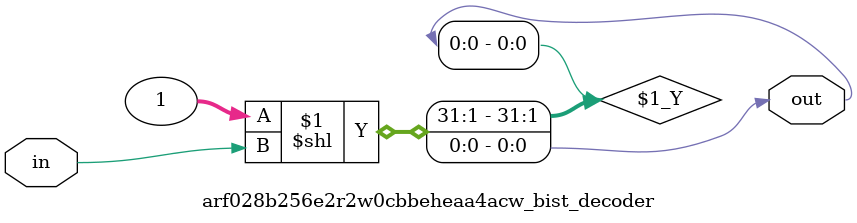
<source format=sv>

`ifndef ARF028B256E2R2W0CBBEHEAA4ACW_BIST_DECODER_SV
`define ARF028B256E2R2W0CBBEHEAA4ACW_BIST_DECODER_SV

module arf028b256e2r2w0cbbeheaa4acw_bist_decoder # (
  parameter IN_WIDTH  = 1,
  parameter OUT_WIDTH = 1
)
(
  input  logic [IN_WIDTH-1:0]  in,
  output logic [OUT_WIDTH-1:0] out
);
  
  assign out = 'b1 << in;

endmodule // arf028b256e2r2w0cbbeheaa4acw_bist_decoder

`endif // ARF028B256E2R2W0CBBEHEAA4ACW_BIST_DECODER_SV
</source>
